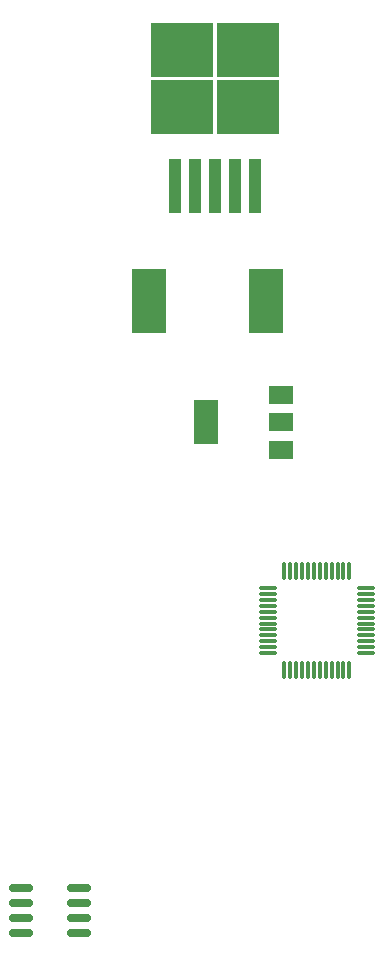
<source format=gbr>
%TF.GenerationSoftware,KiCad,Pcbnew,(6.0.8)*%
%TF.CreationDate,2023-07-19T02:04:08+05:30*%
%TF.ProjectId,STM32DryerPCB_V2,53544d33-3244-4727-9965-725043425f56,rev?*%
%TF.SameCoordinates,Original*%
%TF.FileFunction,Paste,Top*%
%TF.FilePolarity,Positive*%
%FSLAX46Y46*%
G04 Gerber Fmt 4.6, Leading zero omitted, Abs format (unit mm)*
G04 Created by KiCad (PCBNEW (6.0.8)) date 2023-07-19 02:04:08*
%MOMM*%
%LPD*%
G01*
G04 APERTURE LIST*
G04 Aperture macros list*
%AMRoundRect*
0 Rectangle with rounded corners*
0 $1 Rounding radius*
0 $2 $3 $4 $5 $6 $7 $8 $9 X,Y pos of 4 corners*
0 Add a 4 corners polygon primitive as box body*
4,1,4,$2,$3,$4,$5,$6,$7,$8,$9,$2,$3,0*
0 Add four circle primitives for the rounded corners*
1,1,$1+$1,$2,$3*
1,1,$1+$1,$4,$5*
1,1,$1+$1,$6,$7*
1,1,$1+$1,$8,$9*
0 Add four rect primitives between the rounded corners*
20,1,$1+$1,$2,$3,$4,$5,0*
20,1,$1+$1,$4,$5,$6,$7,0*
20,1,$1+$1,$6,$7,$8,$9,0*
20,1,$1+$1,$8,$9,$2,$3,0*%
G04 Aperture macros list end*
%ADD10R,2.900000X5.400000*%
%ADD11R,2.000000X1.500000*%
%ADD12R,2.000000X3.800000*%
%ADD13RoundRect,0.075000X-0.662500X-0.075000X0.662500X-0.075000X0.662500X0.075000X-0.662500X0.075000X0*%
%ADD14RoundRect,0.075000X-0.075000X-0.662500X0.075000X-0.662500X0.075000X0.662500X-0.075000X0.662500X0*%
%ADD15R,5.250000X4.550000*%
%ADD16R,1.100000X4.600000*%
%ADD17RoundRect,0.150000X-0.825000X-0.150000X0.825000X-0.150000X0.825000X0.150000X-0.825000X0.150000X0*%
G04 APERTURE END LIST*
D10*
%TO.C,L1*%
X116817600Y-54610000D03*
X126717600Y-54610000D03*
%TD*%
D11*
%TO.C,U3*%
X128000000Y-67175000D03*
D12*
X121700000Y-64875000D03*
D11*
X128000000Y-64875000D03*
X128000000Y-62575000D03*
%TD*%
D13*
%TO.C,U1*%
X126901500Y-78911000D03*
X126901500Y-79411000D03*
X126901500Y-79911000D03*
X126901500Y-80411000D03*
X126901500Y-80911000D03*
X126901500Y-81411000D03*
X126901500Y-81911000D03*
X126901500Y-82411000D03*
X126901500Y-82911000D03*
X126901500Y-83411000D03*
X126901500Y-83911000D03*
X126901500Y-84411000D03*
D14*
X128314000Y-85823500D03*
X128814000Y-85823500D03*
X129314000Y-85823500D03*
X129814000Y-85823500D03*
X130314000Y-85823500D03*
X130814000Y-85823500D03*
X131314000Y-85823500D03*
X131814000Y-85823500D03*
X132314000Y-85823500D03*
X132814000Y-85823500D03*
X133314000Y-85823500D03*
X133814000Y-85823500D03*
D13*
X135226500Y-84411000D03*
X135226500Y-83911000D03*
X135226500Y-83411000D03*
X135226500Y-82911000D03*
X135226500Y-82411000D03*
X135226500Y-81911000D03*
X135226500Y-81411000D03*
X135226500Y-80911000D03*
X135226500Y-80411000D03*
X135226500Y-79911000D03*
X135226500Y-79411000D03*
X135226500Y-78911000D03*
D14*
X133814000Y-77498500D03*
X133314000Y-77498500D03*
X132814000Y-77498500D03*
X132314000Y-77498500D03*
X131814000Y-77498500D03*
X131314000Y-77498500D03*
X130814000Y-77498500D03*
X130314000Y-77498500D03*
X129814000Y-77498500D03*
X129314000Y-77498500D03*
X128814000Y-77498500D03*
X128314000Y-77498500D03*
%TD*%
D15*
%TO.C,U2*%
X125203000Y-33316000D03*
X119653000Y-38166000D03*
X119653000Y-33316000D03*
X125203000Y-38166000D03*
D16*
X119028000Y-44891000D03*
X120728000Y-44891000D03*
X122428000Y-44891000D03*
X124128000Y-44891000D03*
X125828000Y-44891000D03*
%TD*%
D17*
%TO.C,U12*%
X105983000Y-104267000D03*
X105983000Y-105537000D03*
X105983000Y-106807000D03*
X105983000Y-108077000D03*
X110933000Y-108077000D03*
X110933000Y-106807000D03*
X110933000Y-105537000D03*
X110933000Y-104267000D03*
%TD*%
M02*

</source>
